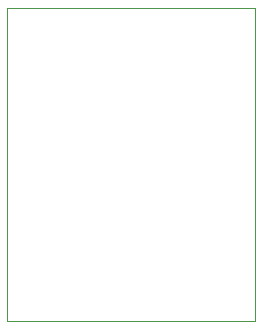
<source format=gbr>
G04 #@! TF.GenerationSoftware,KiCad,Pcbnew,(5.1.5)-3*
G04 #@! TF.CreationDate,2020-04-27T22:16:57-04:00*
G04 #@! TF.ProjectId,PWR_ADAPTER,5057525f-4144-4415-9054-45522e6b6963,rev?*
G04 #@! TF.SameCoordinates,Original*
G04 #@! TF.FileFunction,Profile,NP*
%FSLAX46Y46*%
G04 Gerber Fmt 4.6, Leading zero omitted, Abs format (unit mm)*
G04 Created by KiCad (PCBNEW (5.1.5)-3) date 2020-04-27 22:16:57*
%MOMM*%
%LPD*%
G04 APERTURE LIST*
%ADD10C,0.050000*%
G04 APERTURE END LIST*
D10*
X129800000Y-108900000D02*
X150800000Y-108900000D01*
X150800000Y-135400000D02*
X150800000Y-108900000D01*
X129800000Y-135400000D02*
X150800000Y-135400000D01*
X129800000Y-108900000D02*
X129800000Y-135400000D01*
M02*

</source>
